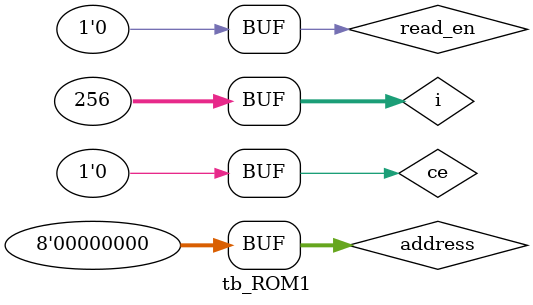
<source format=v>
`timescale 1ns / 1ps

module tb_ROM1;
    reg [7:0] address;
    reg read_en, ce;
    wire    [7:0] data;
    integer       i;

    initial begin
        address = 0;
        read_en = 0;
        ce = 0;
        //#10 $monitor ("address = %h, data = %h, read_en = %b, ce = %b", address, data, read_en, ce);
        for (i = 0; i < 256; i = i + 1) begin
            #5 address = i;
            read_en = 1;
            ce = 1;
            #5 read_en = 0;
            ce = 0;
            address = 0;
        end
    end

    ROM1 ROM1 (
        .address(address),  // Address input
        .data   (data),     // Data output
        .read_en(read_en),  // Read Enable
        .ce     (ce)        // Chip Enable
    );

endmodule

</source>
